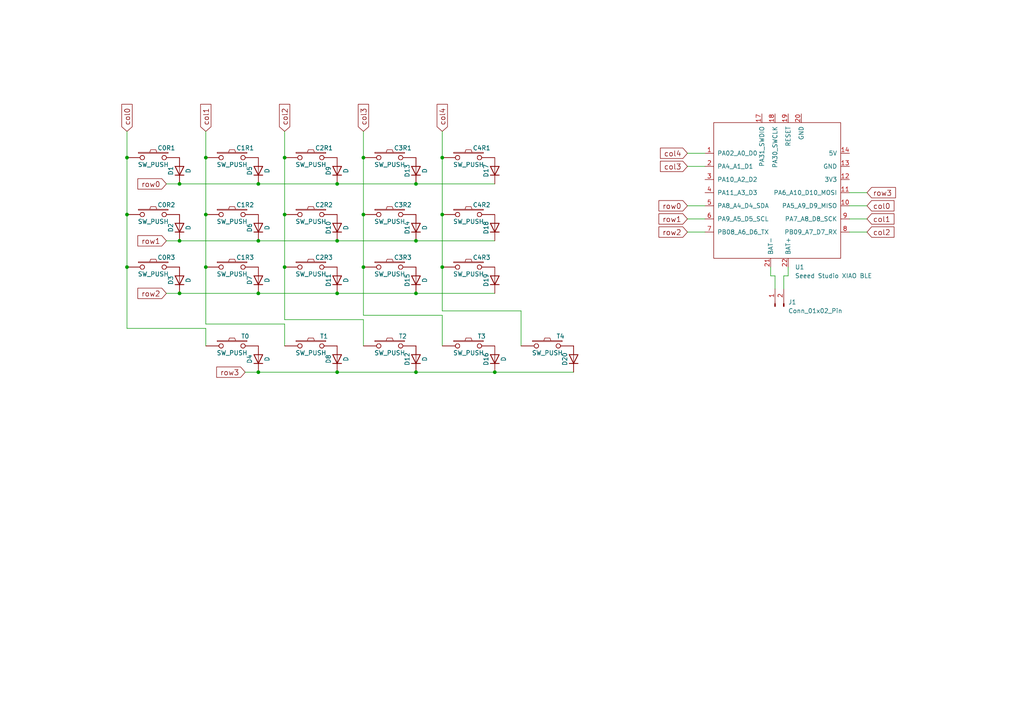
<source format=kicad_sch>
(kicad_sch (version 20230121) (generator eeschema)
  (paper "A4")
  (title_block (title "Defiant") (rev "v0.1"))
  (lib_symbols
    (symbol "Connector:Conn_01x02_Pin" (pin_names (offset 1.016) hide)
      (property "Reference" "J" (at 0 2.54 0))
      (property "Value" "Conn_01x02_Pin" (at 0 -5.08 0))
      (symbol "Conn_01x02_Pin_1_1"
        (polyline (pts (xy 1.27 -2.54) (xy 0.8636 -2.54)) (stroke (width 0.1524)))
        (polyline (pts (xy 1.27 0) (xy 0.8636 0)) (stroke (width 0.1524)))
        (rectangle (start 0.8636 -2.413) (end 0 -2.667) (stroke (width 0.1524)) (fill (type outline)))
        (rectangle (start 0.8636 0.127) (end 0 -0.127) (stroke (width 0.1524)) (fill (type outline)))
        (pin passive line (at 5.08 0 180) (length 3.81) (name "Pin_1") (number "1"))
        (pin passive line (at 5.08 -2.54 180) (length 3.81) (name "Pin_2") (number "2"))
      )
    )
    (symbol "Device:D" (pin_numbers hide) (pin_names (offset 1.016) hide)
      (property "Reference" "D" (at 0 2.54 0))
      (property "Value" "D" (at 0 -2.54 0))
      (symbol "D_0_1"
        (polyline (pts (xy -1.27 1.27) (xy -1.27 -1.27)) (stroke (width 0.254)))
        (polyline (pts (xy 1.27 0) (xy -1.27 0)))
        (polyline (pts (xy 1.27 1.27) (xy 1.27 -1.27) (xy -1.27 0) (xy 1.27 1.27)) (stroke (width 0.254)))
      )
      (symbol "D_1_1"
        (pin passive line (at -3.81 0 0) (length 2.54) (name "K") (number "1"))
        (pin passive line (at 3.81 0 180) (length 2.54) (name "A") (number "2"))
      )
    )
    (symbol "Seeedstudio XIAO:Seeed Studio XIAO BLE" (pin_names (offset 1.016))
      (property "Reference" "U" (at -19.05 24.13 0))
      (property "Value" "Seeed Studio XIAO BLE" (at -19.05 21.59 0))
      (symbol "Seeed Studio XIAO BLE_0_1"
        (rectangle (start -19.05 20.32) (end 17.78 -19.05))
      )
      (symbol "Seeed Studio XIAO BLE_1_1"
        (pin unspecified line (at -21.59 11.43 0) (length 2.54) (name "PA02_A0_D0") (number "1"))
        (pin unspecified line (at 20.32 -3.81 180) (length 2.54) (name "PA5_A9_D9_MISO") (number "10"))
        (pin unspecified line (at 20.32 0 180) (length 2.54) (name "PA6_A10_D10_MOSI") (number "11"))
        (pin unspecified line (at 20.32 3.81 180) (length 2.54) (name "3V3") (number "12"))
        (pin unspecified line (at 20.32 7.62 180) (length 2.54) (name "GND") (number "13"))
        (pin unspecified line (at 20.32 11.43 180) (length 2.54) (name "5V") (number "14"))
        (pin input line (at -5.08 22.86 270) (length 2.54) (name "PA31_SWDIO") (number "17"))
        (pin input line (at -1.27 22.86 270) (length 2.54) (name "PA30_SWCLK") (number "18"))
        (pin input line (at 2.54 22.86 270) (length 2.54) (name "RESET") (number "19"))
        (pin unspecified line (at -21.59 7.62 0) (length 2.54) (name "PA4_A1_D1") (number "2"))
        (pin input line (at 6.35 22.86 270) (length 2.54) (name "GND") (number "20"))
        (pin input line (at -2.54 -21.59 90) (length 2.54) (name "BAT-") (number "21"))
        (pin input line (at 2.54 -21.59 90) (length 2.54) (name "BAT+") (number "22"))
        (pin unspecified line (at -21.59 3.81 0) (length 2.54) (name "PA10_A2_D2") (number "3"))
        (pin unspecified line (at -21.59 0 0) (length 2.54) (name "PA11_A3_D3") (number "4"))
        (pin unspecified line (at -21.59 -3.81 0) (length 2.54) (name "PA8_A4_D4_SDA") (number "5"))
        (pin unspecified line (at -21.59 -7.62 0) (length 2.54) (name "PA9_A5_D5_SCL") (number "6"))
        (pin unspecified line (at -21.59 -11.43 0) (length 2.54) (name "PB08_A6_D6_TX") (number "7"))
        (pin unspecified line (at 20.32 -11.43 180) (length 2.54) (name "PB09_A7_D7_RX") (number "8"))
        (pin unspecified line (at 20.32 -7.62 180) (length 2.54) (name "PA7_A8_D8_SCK") (number "9"))
      )
    )
    (symbol "corne-chocolate-rescue:SW_PUSH-kbd" (pin_numbers hide) (pin_names (offset 1.016) hide)
      (property "Reference" "SW" (at 3.81 2.794 0))
      (property "Value" "kbd:SW_PUSH" (at 0 -2.032 0))
      (symbol "SW_PUSH-kbd_0_1"
        (rectangle (start -4.318 1.27) (end 4.318 1.524))
        (polyline (pts (xy -1.016 1.524) (xy -0.762 2.286) (xy 0.762 2.286) (xy 1.016 1.524)))
        (pin passive inverted (at -7.62 0 0) (length 5.08) (name "1") (number "1"))
        (pin passive inverted (at 7.62 0 180) (length 5.08) (name "2") (number "2"))
      )
    )
  )
  (junction (at 105.41 77.47))
  (junction (at 120.65 69.85))
  (junction (at 143.51 107.95))
  (junction (at 97.79 53.34))
  (junction (at 97.79 107.95))
  (junction (at 97.79 69.85))
  (junction (at 36.83 45.72))
  (junction (at 128.27 45.72))
  (junction (at 105.41 62.23))
  (junction (at 74.93 69.85))
  (junction (at 59.69 45.72))
  (junction (at 59.69 62.23))
  (junction (at 105.41 45.72))
  (junction (at 74.93 53.34))
  (junction (at 52.07 85.09))
  (junction (at 82.55 77.47))
  (junction (at 82.55 45.72))
  (junction (at 74.93 85.09))
  (junction (at 52.07 53.34))
  (junction (at 82.55 62.23))
  (junction (at 36.83 62.23))
  (junction (at 120.65 53.34))
  (junction (at 97.79 85.09))
  (junction (at 120.65 85.09))
  (junction (at 128.27 62.23))
  (junction (at 120.65 107.95))
  (junction (at 52.07 69.85))
  (junction (at 59.69 77.47))
  (junction (at 74.93 107.95))
  (junction (at 128.27 77.47))
  (junction (at 36.83 77.47))
  (wire (pts (xy 224.79 83.82) (xy 224.79 80.01)))
  (wire (pts (xy 105.41 62.23) (xy 105.41 77.47)))
  (wire (pts (xy 97.79 53.34) (xy 120.65 53.34)))
  (wire (pts (xy 97.79 85.09) (xy 120.65 85.09)))
  (wire (pts (xy 227.33 80.01) (xy 228.6 80.01)))
  (wire (pts (xy 251.46 55.88) (xy 246.38 55.88)))
  (wire (pts (xy 128.27 91.44) (xy 128.27 100.33)))
  (wire (pts (xy 199.39 59.69) (xy 204.47 59.69)))
  (wire (pts (xy 105.41 38.1) (xy 105.41 45.72)))
  (wire (pts (xy 59.69 95.25) (xy 59.69 100.33)))
  (wire (pts (xy 82.55 38.1) (xy 82.55 45.72)))
  (wire (pts (xy 251.46 63.5) (xy 246.38 63.5)))
  (wire (pts (xy 120.65 85.09) (xy 143.51 85.09)))
  (wire (pts (xy 228.6 80.01) (xy 228.6 77.47)))
  (wire (pts (xy 59.69 38.1) (xy 59.69 45.72)))
  (wire (pts (xy 48.26 69.85) (xy 52.07 69.85)))
  (wire (pts (xy 199.39 67.31) (xy 204.47 67.31)))
  (wire (pts (xy 74.93 53.34) (xy 97.79 53.34)))
  (wire (pts (xy 36.83 62.23) (xy 36.83 77.47)))
  (wire (pts (xy 36.83 45.72) (xy 36.83 62.23)))
  (wire (pts (xy 105.41 91.44) (xy 105.41 77.47)))
  (wire (pts (xy 105.41 45.72) (xy 105.41 62.23)))
  (wire (pts (xy 97.79 69.85) (xy 120.65 69.85)))
  (wire (pts (xy 48.26 53.34) (xy 52.07 53.34)))
  (wire (pts (xy 74.93 107.95) (xy 97.79 107.95)))
  (wire (pts (xy 251.46 67.31) (xy 246.38 67.31)))
  (wire (pts (xy 82.55 93.98) (xy 59.69 93.98)))
  (wire (pts (xy 59.69 95.25) (xy 36.83 95.25)))
  (wire (pts (xy 120.65 53.34) (xy 143.51 53.34)))
  (wire (pts (xy 82.55 93.98) (xy 82.55 100.33)))
  (wire (pts (xy 227.33 83.82) (xy 227.33 80.01)))
  (wire (pts (xy 59.69 93.98) (xy 59.69 77.47)))
  (wire (pts (xy 52.07 53.34) (xy 74.93 53.34)))
  (wire (pts (xy 143.51 107.95) (xy 166.37 107.95)))
  (wire (pts (xy 59.69 45.72) (xy 59.69 62.23)))
  (wire (pts (xy 151.13 90.17) (xy 151.13 100.33)))
  (wire (pts (xy 59.69 62.23) (xy 59.69 77.47)))
  (wire (pts (xy 199.39 63.5) (xy 204.47 63.5)))
  (wire (pts (xy 151.13 90.17) (xy 128.27 90.17)))
  (wire (pts (xy 82.55 45.72) (xy 82.55 62.23)))
  (wire (pts (xy 52.07 85.09) (xy 74.93 85.09)))
  (wire (pts (xy 199.39 48.26) (xy 204.47 48.26)))
  (wire (pts (xy 97.79 107.95) (xy 120.65 107.95)))
  (wire (pts (xy 48.26 85.09) (xy 52.07 85.09)))
  (wire (pts (xy 251.46 59.69) (xy 246.38 59.69)))
  (wire (pts (xy 128.27 91.44) (xy 105.41 91.44)))
  (wire (pts (xy 105.41 92.71) (xy 105.41 100.33)))
  (wire (pts (xy 224.79 80.01) (xy 223.52 80.01)))
  (wire (pts (xy 74.93 85.09) (xy 97.79 85.09)))
  (wire (pts (xy 82.55 92.71) (xy 82.55 77.47)))
  (wire (pts (xy 199.39 44.45) (xy 204.47 44.45)))
  (wire (pts (xy 71.12 107.95) (xy 74.93 107.95)))
  (wire (pts (xy 105.41 92.71) (xy 82.55 92.71)))
  (wire (pts (xy 128.27 38.1) (xy 128.27 45.72)))
  (wire (pts (xy 120.65 107.95) (xy 143.51 107.95)))
  (wire (pts (xy 36.83 95.25) (xy 36.83 77.47)))
  (wire (pts (xy 120.65 69.85) (xy 143.51 69.85)))
  (wire (pts (xy 128.27 90.17) (xy 128.27 77.47)))
  (wire (pts (xy 52.07 69.85) (xy 74.93 69.85)))
  (wire (pts (xy 223.52 80.01) (xy 223.52 77.47)))
  (wire (pts (xy 82.55 62.23) (xy 82.55 77.47)))
  (wire (pts (xy 36.83 38.1) (xy 36.83 45.72)))
  (wire (pts (xy 128.27 45.72) (xy 128.27 62.23)))
  (wire (pts (xy 74.93 69.85) (xy 97.79 69.85)))
  (wire (pts (xy 128.27 62.23) (xy 128.27 77.47)))
  (global_label "col3" (shape input) (at 199.39 48.26 180) (effects (font (size 1.524 1.524))) (property "Intersheetrefs" "${INTERSHEET_REFS}" (effects hide)))
  (global_label "row0" (shape input) (at 48.26 53.34 180) (effects (font (size 1.524 1.524))) (property "Intersheetrefs" "${INTERSHEET_REFS}" (effects hide)))
  (global_label "col0" (shape input) (at 251.46 59.69 0) (effects (font (size 1.524 1.524))) (property "Intersheetrefs" "${INTERSHEET_REFS}" (effects hide)))
  (global_label "row0" (shape input) (at 199.39 59.69 180) (effects (font (size 1.524 1.524))) (property "Intersheetrefs" "${INTERSHEET_REFS}" (effects hide)))
  (global_label "col2" (shape input) (at 82.55 38.1 90) (effects (font (size 1.524 1.524))) (property "Intersheetrefs" "${INTERSHEET_REFS}" (effects hide)))
  (global_label "col4" (shape input) (at 128.27 38.1 90) (effects (font (size 1.524 1.524))) (property "Intersheetrefs" "${INTERSHEET_REFS}" (effects hide)))
  (global_label "row3" (shape input) (at 251.46 55.88 0) (effects (font (size 1.524 1.524))) (property "Intersheetrefs" "${INTERSHEET_REFS}" (effects hide)))
  (global_label "col1" (shape input) (at 251.46 63.5 0) (effects (font (size 1.524 1.524))) (property "Intersheetrefs" "${INTERSHEET_REFS}" (effects hide)))
  (global_label "row2" (shape input) (at 48.26 85.09 180) (effects (font (size 1.524 1.524))) (property "Intersheetrefs" "${INTERSHEET_REFS}" (effects hide)))
  (global_label "col3" (shape input) (at 105.41 38.1 90) (effects (font (size 1.524 1.524))) (property "Intersheetrefs" "${INTERSHEET_REFS}" (effects hide)))
  (global_label "row3" (shape input) (at 71.12 107.95 180) (effects (font (size 1.524 1.524))) (property "Intersheetrefs" "${INTERSHEET_REFS}" (effects hide)))
  (global_label "col4" (shape input) (at 199.39 44.45 180) (effects (font (size 1.524 1.524))) (property "Intersheetrefs" "${INTERSHEET_REFS}" (effects hide)))
  (global_label "col0" (shape input) (at 36.83 38.1 90) (effects (font (size 1.524 1.524))) (property "Intersheetrefs" "${INTERSHEET_REFS}" (effects hide)))
  (global_label "col2" (shape input) (at 251.46 67.31 0) (effects (font (size 1.524 1.524))) (property "Intersheetrefs" "${INTERSHEET_REFS}" (effects hide)))
  (global_label "row2" (shape input) (at 199.39 67.31 180) (effects (font (size 1.524 1.524))) (property "Intersheetrefs" "${INTERSHEET_REFS}" (effects hide)))
  (global_label "row1" (shape input) (at 48.26 69.85 180) (effects (font (size 1.524 1.524))) (property "Intersheetrefs" "${INTERSHEET_REFS}" (effects hide)))
  (global_label "col1" (shape input) (at 59.69 38.1 90) (effects (font (size 1.524 1.524))) (property "Intersheetrefs" "${INTERSHEET_REFS}" (effects hide)))
  (global_label "row1" (shape input) (at 199.39 63.5 180) (effects (font (size 1.524 1.524))) (property "Intersheetrefs" "${INTERSHEET_REFS}" (effects hide)))
  (symbol (lib_id "corne-chocolate-rescue:SW_PUSH-kbd") (at 113.03 77.47 0) (unit 1)
    (property "Reference" "C3R3" (at 116.84 74.676 0))
    (property "Value" "SW_PUSH" (at 113.03 79.502 0))
    (property "Footprint" "Defiant:SW_Gateron_LowProfile_HotSwap_PTH_Reversible" (effects hide))
  )
  (symbol (lib_id "Device:D") (at 166.37 104.14 90) (unit 1)
    (property "Reference" "D20" (at 163.83 104.14 0))
    (property "Value" "D" (effects hide))
    (property "Footprint" "Diode_SMD:D_SOD-123" (effects hide))
  )
  (symbol (lib_id "Device:D") (at 52.07 66.04 90) (unit 1)
    (property "Reference" "D2" (at 49.53 66.04 0))
    (property "Value" "D" (at 54.61 66.04 0))
    (property "Footprint" "Diode_SMD:D_SOD-123" (effects hide))
  )
  (symbol (lib_id "Device:D") (at 97.79 66.04 90) (unit 1)
    (property "Reference" "D10" (at 95.25 66.04 0))
    (property "Value" "D" (at 100.33 66.04 0))
    (property "Footprint" "Diode_SMD:D_SOD-123" (effects hide))
  )
  (symbol (lib_id "Device:D") (at 120.65 66.04 90) (unit 1)
    (property "Reference" "D14" (at 118.11 66.04 0))
    (property "Value" "D" (at 123.19 66.04 0))
    (property "Footprint" "Diode_SMD:D_SOD-123" (effects hide))
  )
  (symbol (lib_id "Device:D") (at 120.65 49.53 90) (unit 1)
    (property "Reference" "D13" (at 118.11 49.53 0))
    (property "Value" "D" (at 123.19 49.53 0))
    (property "Footprint" "Diode_SMD:D_SOD-123" (effects hide))
  )
  (symbol (lib_id "corne-chocolate-rescue:SW_PUSH-kbd") (at 135.89 45.72 0) (unit 1)
    (property "Reference" "C4R1" (at 139.7 42.926 0))
    (property "Value" "SW_PUSH" (at 135.89 47.752 0))
    (property "Footprint" "Defiant:SW_Gateron_LowProfile_HotSwap_PTH_Reversible" (effects hide))
  )
  (symbol (lib_id "corne-chocolate-rescue:SW_PUSH-kbd") (at 135.89 100.33 0) (unit 1)
    (property "Reference" "T3" (at 139.7 97.536 0))
    (property "Value" "SW_PUSH" (at 135.89 102.362 0))
    (property "Footprint" "Defiant:SW_Gateron_LowProfile_HotSwap_PTH_Reversible" (effects hide))
  )
  (symbol (lib_id "Device:D") (at 143.51 104.14 90) (unit 1)
    (property "Reference" "D16" (at 140.97 104.14 0))
    (property "Value" "D" (at 146.05 104.14 0))
    (property "Footprint" "Diode_SMD:D_SOD-123" (effects hide))
  )
  (symbol (lib_id "Device:D") (at 143.51 66.04 90) (unit 1)
    (property "Reference" "D18" (at 140.97 66.04 0))
    (property "Value" "D" (effects hide))
    (property "Footprint" "Diode_SMD:D_SOD-123" (effects hide))
  )
  (symbol (lib_id "corne-chocolate-rescue:SW_PUSH-kbd") (at 135.89 77.47 0) (unit 1)
    (property "Reference" "C4R3" (at 139.7 74.676 0))
    (property "Value" "SW_PUSH" (at 135.89 79.502 0))
    (property "Footprint" "Defiant:SW_Gateron_LowProfile_HotSwap_PTH_Reversible" (effects hide))
  )
  (symbol (lib_id "corne-chocolate-rescue:SW_PUSH-kbd") (at 44.45 62.23 0) (unit 1)
    (property "Reference" "C0R2" (at 48.26 59.436 0))
    (property "Value" "SW_PUSH" (at 44.45 64.262 0))
    (property "Footprint" "Defiant:SW_Gateron_LowProfile_HotSwap_PTH_Reversible" (effects hide))
  )
  (symbol (lib_id "corne-chocolate-rescue:SW_PUSH-kbd") (at 113.03 45.72 0) (unit 1)
    (property "Reference" "C3R1" (at 116.84 42.926 0))
    (property "Value" "SW_PUSH" (at 113.03 47.752 0))
    (property "Footprint" "Defiant:SW_Gateron_LowProfile_HotSwap_PTH_Reversible" (effects hide))
  )
  (symbol (lib_id "corne-chocolate-rescue:SW_PUSH-kbd") (at 67.31 45.72 0) (unit 1)
    (property "Reference" "C1R1" (at 71.12 42.926 0))
    (property "Value" "SW_PUSH" (at 67.31 47.752 0))
    (property "Footprint" "Defiant:SW_Gateron_LowProfile_HotSwap_PTH_Reversible" (effects hide))
  )
  (symbol (lib_id "corne-chocolate-rescue:SW_PUSH-kbd") (at 67.31 100.33 0) (unit 1)
    (property "Reference" "T0" (at 71.12 97.536 0))
    (property "Value" "SW_PUSH" (at 67.31 102.362 0))
    (property "Footprint" "Defiant:SW_Gateron_LowProfile_HotSwap_PTH_Reversible" (effects hide))
  )
  (symbol (lib_id "corne-chocolate-rescue:SW_PUSH-kbd") (at 158.75 100.33 0) (unit 1)
    (property "Reference" "T4" (at 162.56 97.536 0))
    (property "Value" "SW_PUSH" (at 158.75 102.362 0))
    (property "Footprint" "Defiant:SW_Gateron_LowProfile_HotSwap_PTH_Reversible" (effects hide))
  )
  (symbol (lib_id "Device:D") (at 143.51 49.53 90) (unit 1)
    (property "Reference" "D17" (at 140.97 49.53 0))
    (property "Value" "D" (effects hide))
    (property "Footprint" "Diode_SMD:D_SOD-123" (effects hide))
  )
  (symbol (lib_id "Device:D") (at 74.93 81.28 90) (unit 1)
    (property "Reference" "D7" (at 72.39 81.28 0))
    (property "Value" "D" (at 77.47 81.28 0))
    (property "Footprint" "Diode_SMD:D_SOD-123" (effects hide))
  )
  (symbol (lib_id "corne-chocolate-rescue:SW_PUSH-kbd") (at 90.17 62.23 0) (unit 1)
    (property "Reference" "C2R2" (at 93.98 59.436 0))
    (property "Value" "SW_PUSH" (at 90.17 64.262 0))
    (property "Footprint" "Defiant:SW_Gateron_LowProfile_HotSwap_PTH_Reversible" (effects hide))
  )
  (symbol (lib_id "Device:D") (at 74.93 66.04 90) (unit 1)
    (property "Reference" "D6" (at 72.39 66.04 0))
    (property "Value" "D" (at 77.47 66.04 0))
    (property "Footprint" "Diode_SMD:D_SOD-123" (effects hide))
  )
  (symbol (lib_id "Device:D") (at 120.65 104.14 90) (unit 1)
    (property "Reference" "D12" (at 118.11 104.14 0))
    (property "Value" "D" (at 123.19 104.14 0))
    (property "Footprint" "Diode_SMD:D_SOD-123" (effects hide))
  )
  (symbol (lib_id "Device:D") (at 120.65 81.28 90) (unit 1)
    (property "Reference" "D15" (at 118.11 81.28 0))
    (property "Value" "D" (at 123.19 81.28 0))
    (property "Footprint" "Diode_SMD:D_SOD-123" (effects hide))
  )
  (symbol (lib_id "corne-chocolate-rescue:SW_PUSH-kbd") (at 113.03 100.33 0) (unit 1)
    (property "Reference" "T2" (at 116.84 97.536 0))
    (property "Value" "SW_PUSH" (at 113.03 102.362 0))
    (property "Footprint" "Defiant:SW_Gateron_LowProfile_HotSwap_PTH_Reversible" (effects hide))
  )
  (symbol (lib_id "Seeedstudio XIAO:Seeed Studio XIAO BLE") (at 226.06 55.88 0) (unit 1)
    (property "Reference" "U1" (at 230.5559 77.47 0) (effects (justify left)))
    (property "Value" "Seeed Studio XIAO BLE" (at 230.5559 80.01 0) (effects (justify left)))
    (property "Footprint" "Seeedstudio XIAO:XIAO-nRF52840-Sense-14P-2.54-21X17.8MM_NoLED_Handsolder" (effects hide))
  )
  (symbol (lib_id "corne-chocolate-rescue:SW_PUSH-kbd") (at 67.31 77.47 0) (unit 1)
    (property "Reference" "C1R3" (at 71.12 74.676 0))
    (property "Value" "SW_PUSH" (at 67.31 79.502 0))
    (property "Footprint" "Defiant:SW_Gateron_LowProfile_HotSwap_PTH_Reversible" (effects hide))
  )
  (symbol (lib_id "corne-chocolate-rescue:SW_PUSH-kbd") (at 135.89 62.23 0) (unit 1)
    (property "Reference" "C4R2" (at 139.7 59.436 0))
    (property "Value" "SW_PUSH" (at 135.89 64.262 0))
    (property "Footprint" "Defiant:SW_Gateron_LowProfile_HotSwap_PTH_Reversible" (effects hide))
  )
  (symbol (lib_id "Device:D") (at 97.79 81.28 90) (unit 1)
    (property "Reference" "D11" (at 95.25 81.28 0))
    (property "Value" "D" (at 100.33 81.28 0))
    (property "Footprint" "Diode_SMD:D_SOD-123" (effects hide))
  )
  (symbol (lib_id "Device:D") (at 143.51 81.28 90) (unit 1)
    (property "Reference" "D19" (at 140.97 81.28 0))
    (property "Value" "D" (effects hide))
    (property "Footprint" "Diode_SMD:D_SOD-123" (effects hide))
  )
  (symbol (lib_id "corne-chocolate-rescue:SW_PUSH-kbd") (at 67.31 62.23 0) (unit 1)
    (property "Reference" "C1R2" (at 71.12 59.436 0))
    (property "Value" "SW_PUSH" (at 67.31 64.262 0))
    (property "Footprint" "Defiant:SW_Gateron_LowProfile_HotSwap_PTH_Reversible" (effects hide))
  )
  (symbol (lib_id "Connector:Conn_01x02_Pin") (at 224.79 88.9 90) (unit 1)
    (property "Reference" "J1" (at 228.6 87.63 90) (effects (justify right)))
    (property "Value" "Conn_01x02_Pin" (at 228.6 90.17 90) (effects (justify right)))
    (property "Footprint" "Seeedstudio XIAO:Lipo Connector" (effects hide))
  )
  (symbol (lib_id "Device:D") (at 52.07 81.28 90) (unit 1)
    (property "Reference" "D3" (at 49.53 81.28 0))
    (property "Value" "D" (at 54.61 81.28 0))
    (property "Footprint" "Diode_SMD:D_SOD-123" (effects hide))
  )
  (symbol (lib_id "Device:D") (at 97.79 49.53 90) (unit 1)
    (property "Reference" "D9" (at 95.25 49.53 0))
    (property "Value" "D" (at 100.33 49.53 0))
    (property "Footprint" "Diode_SMD:D_SOD-123" (effects hide))
  )
  (symbol (lib_id "corne-chocolate-rescue:SW_PUSH-kbd") (at 44.45 45.72 0) (unit 1)
    (property "Reference" "C0R1" (at 48.26 42.926 0))
    (property "Value" "SW_PUSH" (at 44.45 47.752 0))
    (property "Footprint" "Defiant:SW_Gateron_LowProfile_HotSwap_PTH_Reversible" (effects hide))
  )
  (symbol (lib_id "corne-chocolate-rescue:SW_PUSH-kbd") (at 113.03 62.23 0) (unit 1)
    (property "Reference" "C3R2" (at 116.84 59.436 0))
    (property "Value" "SW_PUSH" (at 113.03 64.262 0))
    (property "Footprint" "Defiant:SW_Gateron_LowProfile_HotSwap_PTH_Reversible" (effects hide))
  )
  (symbol (lib_id "Device:D") (at 52.07 49.53 90) (unit 1)
    (property "Reference" "D1" (at 49.53 49.53 0))
    (property "Value" "D" (at 54.61 49.53 0))
    (property "Footprint" "Diode_SMD:D_SOD-123" (effects hide))
  )
  (symbol (lib_id "corne-chocolate-rescue:SW_PUSH-kbd") (at 90.17 77.47 0) (unit 1)
    (property "Reference" "C2R3" (at 93.98 74.676 0))
    (property "Value" "SW_PUSH" (at 90.17 79.502 0))
    (property "Footprint" "Defiant:SW_Gateron_LowProfile_HotSwap_PTH_Reversible" (effects hide))
  )
  (symbol (lib_id "Device:D") (at 97.79 104.14 90) (unit 1)
    (property "Reference" "D8" (at 95.25 104.14 0))
    (property "Value" "D" (at 100.33 104.14 0))
    (property "Footprint" "Diode_SMD:D_SOD-123" (effects hide))
  )
  (symbol (lib_id "Device:D") (at 74.93 104.14 90) (unit 1)
    (property "Reference" "D4" (at 72.39 104.14 0))
    (property "Value" "D" (at 77.47 104.14 0))
    (property "Footprint" "Diode_SMD:D_SOD-123" (effects hide))
  )
  (symbol (lib_id "corne-chocolate-rescue:SW_PUSH-kbd") (at 44.45 77.47 0) (unit 1)
    (property "Reference" "C0R3" (at 48.26 74.676 0))
    (property "Value" "SW_PUSH" (at 44.45 79.502 0))
    (property "Footprint" "Defiant:SW_Gateron_LowProfile_HotSwap_PTH_Reversible" (effects hide))
  )
  (symbol (lib_id "corne-chocolate-rescue:SW_PUSH-kbd") (at 90.17 45.72 0) (unit 1)
    (property "Reference" "C2R1" (at 93.98 42.926 0))
    (property "Value" "SW_PUSH" (at 90.17 47.752 0))
    (property "Footprint" "Defiant:SW_Gateron_LowProfile_HotSwap_PTH_Reversible" (effects hide))
  )
  (symbol (lib_id "Device:D") (at 74.93 49.53 90) (unit 1)
    (property "Reference" "D5" (at 72.39 49.53 0))
    (property "Value" "D" (at 77.47 49.53 0))
    (property "Footprint" "Diode_SMD:D_SOD-123" (effects hide))
  )
  (symbol (lib_id "corne-chocolate-rescue:SW_PUSH-kbd") (at 90.17 100.33 0) (unit 1)
    (property "Reference" "T1" (at 93.98 97.536 0))
    (property "Value" "SW_PUSH" (at 90.17 102.362 0))
    (property "Footprint" "Defiant:SW_Gateron_LowProfile_HotSwap_PTH_Reversible" (effects hide))
  )
)
</source>
